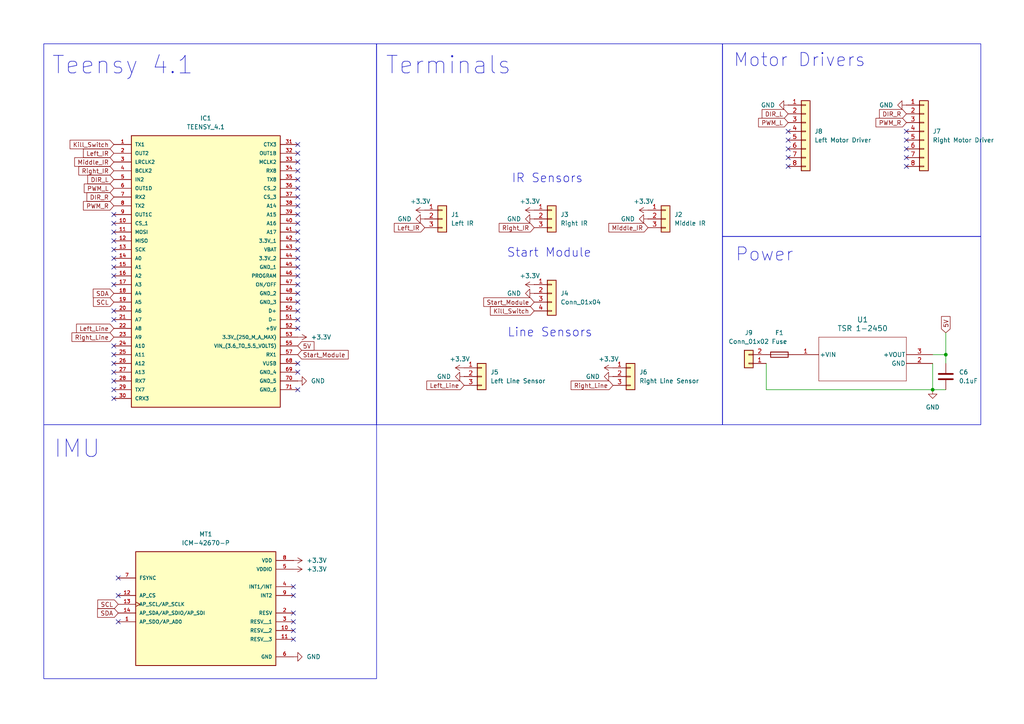
<source format=kicad_sch>
(kicad_sch (version 20231120) (generator "eeschema") (generator_version "8.0")
  (paper "A4")
  (lib_symbols
    (symbol "2024-09-20_04-02-42:TSR_1-2450" (pin_names (offset 0.254))
      (property "Reference" "U" (at 20.32 10.16 0))
      (property "Value" "TSR 1-2450" (at 20.32 7.62 0))
      (symbol "TSR_1-2450_0_1"
        (polyline (pts (xy 7.62 -7.62) (xy 33.02 -7.62)) (stroke (width 0.127)))
        (polyline (pts (xy 7.62 5.08) (xy 7.62 -7.62)) (stroke (width 0.127)))
        (polyline (pts (xy 33.02 -7.62) (xy 33.02 5.08)) (stroke (width 0.127)))
        (polyline (pts (xy 33.02 5.08) (xy 7.62 5.08)) (stroke (width 0.127)))
        (pin power_in line (at 0 0 0) (length 7.62) (name "+VIN") (number "1"))
        (pin power_out line (at 40.64 -2.54 180) (length 7.62) (name "GND") (number "2"))
        (pin power_in line (at 40.64 0 180) (length 7.62) (name "+VOUT") (number "3"))
      )
    )
    (symbol "Connector_Generic:Conn_01x02" (pin_names (offset 1.016) hide)
      (property "Reference" "J" (at 0 2.54 0))
      (property "Value" "Conn_01x02" (at 0 -5.08 0))
      (symbol "Conn_01x02_1_1"
        (rectangle (start -1.27 -2.413) (end 0 -2.667) (stroke (width 0.1524)))
        (rectangle (start -1.27 0.127) (end 0 -0.127) (stroke (width 0.1524)))
        (rectangle (start -1.27 1.27) (end 1.27 -3.81) (stroke (width 0.254)) (fill (type background)))
        (pin passive line (at -5.08 0 0) (length 3.81) (name "Pin_1") (number "1"))
        (pin passive line (at -5.08 -2.54 0) (length 3.81) (name "Pin_2") (number "2"))
      )
    )
    (symbol "Connector_Generic:Conn_01x03" (pin_names (offset 1.016) hide)
      (property "Reference" "J" (at 0 5.08 0))
      (property "Value" "Conn_01x03" (at 0 -5.08 0))
      (symbol "Conn_01x03_1_1"
        (rectangle (start -1.27 -2.413) (end 0 -2.667) (stroke (width 0.1524)))
        (rectangle (start -1.27 0.127) (end 0 -0.127) (stroke (width 0.1524)))
        (rectangle (start -1.27 2.667) (end 0 2.413) (stroke (width 0.1524)))
        (rectangle (start -1.27 3.81) (end 1.27 -3.81) (stroke (width 0.254)) (fill (type background)))
        (pin passive line (at -5.08 2.54 0) (length 3.81) (name "Pin_1") (number "1"))
        (pin passive line (at -5.08 0 0) (length 3.81) (name "Pin_2") (number "2"))
        (pin passive line (at -5.08 -2.54 0) (length 3.81) (name "Pin_3") (number "3"))
      )
    )
    (symbol "Connector_Generic:Conn_01x04" (pin_names (offset 1.016) hide)
      (property "Reference" "J" (at 0 5.08 0))
      (property "Value" "Conn_01x04" (at 0 -7.62 0))
      (symbol "Conn_01x04_1_1"
        (rectangle (start -1.27 -4.953) (end 0 -5.207) (stroke (width 0.1524)))
        (rectangle (start -1.27 -2.413) (end 0 -2.667) (stroke (width 0.1524)))
        (rectangle (start -1.27 0.127) (end 0 -0.127) (stroke (width 0.1524)))
        (rectangle (start -1.27 2.667) (end 0 2.413) (stroke (width 0.1524)))
        (rectangle (start -1.27 3.81) (end 1.27 -6.35) (stroke (width 0.254)) (fill (type background)))
        (pin passive line (at -5.08 2.54 0) (length 3.81) (name "Pin_1") (number "1"))
        (pin passive line (at -5.08 0 0) (length 3.81) (name "Pin_2") (number "2"))
        (pin passive line (at -5.08 -2.54 0) (length 3.81) (name "Pin_3") (number "3"))
        (pin passive line (at -5.08 -5.08 0) (length 3.81) (name "Pin_4") (number "4"))
      )
    )
    (symbol "Connector_Generic:Conn_01x08" (pin_names (offset 1.016) hide)
      (property "Reference" "J" (at 0 10.16 0))
      (property "Value" "Conn_01x08" (at 0 -12.7 0))
      (symbol "Conn_01x08_1_1"
        (rectangle (start -1.27 -10.033) (end 0 -10.287) (stroke (width 0.1524)))
        (rectangle (start -1.27 -7.493) (end 0 -7.747) (stroke (width 0.1524)))
        (rectangle (start -1.27 -4.953) (end 0 -5.207) (stroke (width 0.1524)))
        (rectangle (start -1.27 -2.413) (end 0 -2.667) (stroke (width 0.1524)))
        (rectangle (start -1.27 0.127) (end 0 -0.127) (stroke (width 0.1524)))
        (rectangle (start -1.27 2.667) (end 0 2.413) (stroke (width 0.1524)))
        (rectangle (start -1.27 5.207) (end 0 4.953) (stroke (width 0.1524)))
        (rectangle (start -1.27 7.747) (end 0 7.493) (stroke (width 0.1524)))
        (rectangle (start -1.27 8.89) (end 1.27 -11.43) (stroke (width 0.254)) (fill (type background)))
        (pin passive line (at -5.08 7.62 0) (length 3.81) (name "Pin_1") (number "1"))
        (pin passive line (at -5.08 5.08 0) (length 3.81) (name "Pin_2") (number "2"))
        (pin passive line (at -5.08 2.54 0) (length 3.81) (name "Pin_3") (number "3"))
        (pin passive line (at -5.08 0 0) (length 3.81) (name "Pin_4") (number "4"))
        (pin passive line (at -5.08 -2.54 0) (length 3.81) (name "Pin_5") (number "5"))
        (pin passive line (at -5.08 -5.08 0) (length 3.81) (name "Pin_6") (number "6"))
        (pin passive line (at -5.08 -7.62 0) (length 3.81) (name "Pin_7") (number "7"))
        (pin passive line (at -5.08 -10.16 0) (length 3.81) (name "Pin_8") (number "8"))
      )
    )
    (symbol "Device:C" (pin_numbers hide) (pin_names (offset 0.254))
      (property "Reference" "C" (at 0.635 2.54 0))
      (property "Value" "C" (at 0.635 -2.54 0))
      (symbol "C_0_1"
        (polyline (pts (xy -2.032 -0.762) (xy 2.032 -0.762)) (stroke (width 0.508)))
        (polyline (pts (xy -2.032 0.762) (xy 2.032 0.762)) (stroke (width 0.508)))
      )
      (symbol "C_1_1"
        (pin passive line (at 0 3.81 270) (length 2.794) (name "~") (number "1"))
        (pin passive line (at 0 -3.81 90) (length 2.794) (name "~") (number "2"))
      )
    )
    (symbol "Device:Fuse" (pin_numbers hide) (pin_names (offset 0))
      (property "Reference" "F" (at 2.032 0 90))
      (property "Value" "Fuse" (at -1.905 0 90))
      (symbol "Fuse_0_1"
        (rectangle (start -0.762 -2.54) (end 0.762 2.54) (stroke (width 0.254)))
        (polyline (pts (xy 0 2.54) (xy 0 -2.54)))
      )
      (symbol "Fuse_1_1"
        (pin passive line (at 0 3.81 270) (length 1.27) (name "~") (number "1"))
        (pin passive line (at 0 -3.81 90) (length 1.27) (name "~") (number "2"))
      )
    )
    (symbol "ICM-42670-P:ICM-42670-P" (pin_names (offset 1.016))
      (property "Reference" "MT" (at -20.32 13.97 0))
      (property "Value" "ICM-42670-P" (at -20.32 -22.86 0))
      (symbol "ICM-42670-P_0_0"
        (rectangle (start -20.32 -20.32) (end 20.32 12.7) (stroke (width 0.254)) (fill (type background)))
        (pin bidirectional line (at -25.4 -7.62 0) (length 5.08) (name "AP_SDO/AP_AD0") (number "1"))
        (pin passive line (at 25.4 -10.16 180) (length 5.08) (name "RESV__2") (number "10"))
        (pin passive line (at 25.4 -12.7 180) (length 5.08) (name "RESV__3") (number "11"))
        (pin input line (at -25.4 0 0) (length 5.08) (name "AP_CS") (number "12"))
        (pin input clock (at -25.4 -2.54 0) (length 5.08) (name "AP_SCL/AP_SCLK") (number "13"))
        (pin bidirectional line (at -25.4 -5.08 0) (length 5.08) (name "AP_SDA/AP_SDIO/AP_SDI") (number "14"))
        (pin passive line (at 25.4 -5.08 180) (length 5.08) (name "RESV") (number "2"))
        (pin passive line (at 25.4 -7.62 180) (length 5.08) (name "RESV__1") (number "3"))
        (pin output line (at 25.4 2.54 180) (length 5.08) (name "INT1/INT") (number "4"))
        (pin power_in line (at 25.4 7.62 180) (length 5.08) (name "VDDIO") (number "5"))
        (pin power_in line (at 25.4 -17.78 180) (length 5.08) (name "GND") (number "6"))
        (pin input line (at -25.4 5.08 0) (length 5.08) (name "FSYNC") (number "7"))
        (pin power_in line (at 25.4 10.16 180) (length 5.08) (name "VDD") (number "8"))
        (pin output line (at 25.4 0 180) (length 5.08) (name "INT2") (number "9"))
      )
    )
    (symbol "TEENSY_4.1:TEENSY_4.1" (pin_names (offset 1.016))
      (property "Reference" "IC" (at 49.53 7.62 0))
      (property "Value" "TEENSY_4.1" (at 49.53 5.08 0))
      (symbol "TEENSY_4.1_0_0"
        (rectangle (start 5.08 -76.2) (end 48.26 2.54) (stroke (width 0.254)) (fill (type background)))
        (pin bidirectional line (at 0 0 0) (length 5.08) (name "TX1") (number "1"))
        (pin bidirectional line (at 0 -22.86 0) (length 5.08) (name "CS_1") (number "10"))
        (pin bidirectional line (at 0 -25.4 0) (length 5.08) (name "MOSI") (number "11"))
        (pin bidirectional line (at 0 -27.94 0) (length 5.08) (name "MISO") (number "12"))
        (pin bidirectional line (at 0 -30.48 0) (length 5.08) (name "SCK") (number "13"))
        (pin bidirectional line (at 0 -33.02 0) (length 5.08) (name "A0") (number "14"))
        (pin bidirectional line (at 0 -35.56 0) (length 5.08) (name "A1") (number "15"))
        (pin bidirectional line (at 0 -38.1 0) (length 5.08) (name "A2") (number "16"))
        (pin bidirectional line (at 0 -40.64 0) (length 5.08) (name "A3") (number "17"))
        (pin bidirectional line (at 0 -43.18 0) (length 5.08) (name "A4") (number "18"))
        (pin bidirectional line (at 0 -45.72 0) (length 5.08) (name "A5") (number "19"))
        (pin bidirectional line (at 0 -2.54 0) (length 5.08) (name "OUT2") (number "2"))
        (pin bidirectional line (at 0 -48.26 0) (length 5.08) (name "A6") (number "20"))
        (pin bidirectional line (at 0 -50.8 0) (length 5.08) (name "A7") (number "21"))
        (pin bidirectional line (at 0 -53.34 0) (length 5.08) (name "A8") (number "22"))
        (pin bidirectional line (at 0 -55.88 0) (length 5.08) (name "A9") (number "23"))
        (pin bidirectional line (at 0 -58.42 0) (length 5.08) (name "A10") (number "24"))
        (pin bidirectional line (at 0 -60.96 0) (length 5.08) (name "A11") (number "25"))
        (pin bidirectional line (at 0 -63.5 0) (length 5.08) (name "A12") (number "26"))
        (pin bidirectional line (at 0 -66.04 0) (length 5.08) (name "A13") (number "27"))
        (pin bidirectional line (at 0 -68.58 0) (length 5.08) (name "RX7") (number "28"))
        (pin bidirectional line (at 0 -71.12 0) (length 5.08) (name "TX7") (number "29"))
        (pin bidirectional line (at 0 -5.08 0) (length 5.08) (name "LRCLK2") (number "3"))
        (pin bidirectional line (at 0 -73.66 0) (length 5.08) (name "CRX3") (number "30"))
        (pin bidirectional line (at 53.34 0 180) (length 5.08) (name "CTX3") (number "31"))
        (pin bidirectional line (at 53.34 -2.54 180) (length 5.08) (name "OUT1B") (number "32"))
        (pin bidirectional line (at 53.34 -5.08 180) (length 5.08) (name "MCLK2") (number "33"))
        (pin bidirectional line (at 53.34 -7.62 180) (length 5.08) (name "RX8") (number "34"))
        (pin bidirectional line (at 53.34 -10.16 180) (length 5.08) (name "TX8") (number "35"))
        (pin bidirectional line (at 53.34 -12.7 180) (length 5.08) (name "CS_2") (number "36"))
        (pin bidirectional line (at 53.34 -15.24 180) (length 5.08) (name "CS_3") (number "37"))
        (pin bidirectional line (at 53.34 -17.78 180) (length 5.08) (name "A14") (number "38"))
        (pin bidirectional line (at 53.34 -20.32 180) (length 5.08) (name "A15") (number "39"))
        (pin bidirectional line (at 0 -7.62 0) (length 5.08) (name "BCLK2") (number "4"))
        (pin bidirectional line (at 53.34 -22.86 180) (length 5.08) (name "A16") (number "40"))
        (pin bidirectional line (at 53.34 -25.4 180) (length 5.08) (name "A17") (number "41"))
        (pin bidirectional line (at 53.34 -27.94 180) (length 5.08) (name "3.3V_1") (number "42"))
        (pin bidirectional line (at 53.34 -30.48 180) (length 5.08) (name "VBAT") (number "43"))
        (pin bidirectional line (at 53.34 -33.02 180) (length 5.08) (name "3.3V_2") (number "44"))
        (pin bidirectional line (at 53.34 -35.56 180) (length 5.08) (name "GND_1") (number "45"))
        (pin bidirectional line (at 53.34 -38.1 180) (length 5.08) (name "PROGRAM") (number "46"))
        (pin bidirectional line (at 53.34 -40.64 180) (length 5.08) (name "ON/OFF") (number "47"))
        (pin bidirectional line (at 53.34 -43.18 180) (length 5.08) (name "GND_2") (number "48"))
        (pin bidirectional line (at 53.34 -45.72 180) (length 5.08) (name "GND_3") (number "49"))
        (pin bidirectional line (at 0 -10.16 0) (length 5.08) (name "IN2") (number "5"))
        (pin bidirectional line (at 53.34 -48.26 180) (length 5.08) (name "D+") (number "50"))
        (pin bidirectional line (at 53.34 -50.8 180) (length 5.08) (name "D-") (number "51"))
        (pin bidirectional line (at 53.34 -53.34 180) (length 5.08) (name "+5V") (number "52"))
        (pin bidirectional line (at 53.34 -55.88 180) (length 5.08) (name "3.3V_(250_M_A_MAX)") (number "53"))
        (pin bidirectional line (at 53.34 -58.42 180) (length 5.08) (name "VIN_(3.6_TO_5.5_VOLTS)") (number "55"))
        (pin bidirectional line (at 53.34 -60.96 180) (length 5.08) (name "RX1") (number "57"))
        (pin bidirectional line (at 0 -12.7 0) (length 5.08) (name "OUT1D") (number "6"))
        (pin bidirectional line (at 53.34 -63.5 180) (length 5.08) (name "VUSB") (number "68"))
        (pin bidirectional line (at 53.34 -66.04 180) (length 5.08) (name "GND_4") (number "69"))
        (pin bidirectional line (at 0 -15.24 0) (length 5.08) (name "RX2") (number "7"))
        (pin bidirectional line (at 53.34 -68.58 180) (length 5.08) (name "GND_5") (number "70"))
        (pin bidirectional line (at 53.34 -71.12 180) (length 5.08) (name "GND_6") (number "71"))
        (pin bidirectional line (at 0 -17.78 0) (length 5.08) (name "TX2") (number "8"))
        (pin bidirectional line (at 0 -20.32 0) (length 5.08) (name "OUT1C") (number "9"))
      )
    )
    (symbol "power:+3.3V" (power) (pin_numbers hide) (pin_names (offset 0) hide)
      (property "Value" "+3.3V" (at 0 3.556 0))
      (symbol "+3.3V_0_1"
        (polyline (pts (xy -0.762 1.27) (xy 0 2.54)))
        (polyline (pts (xy 0 0) (xy 0 2.54)))
        (polyline (pts (xy 0 2.54) (xy 0.762 1.27)))
      )
      (symbol "+3.3V_1_1"
        (pin power_in line (at 0 0 90) (length 0) (name "~") (number "1"))
      )
    )
    (symbol "power:GND" (power) (pin_numbers hide) (pin_names (offset 0) hide)
      (property "Value" "GND" (at 0 -3.81 0))
      (symbol "GND_0_1"
        (polyline (pts (xy 0 0) (xy 0 -1.27) (xy 1.27 -1.27) (xy 0 -2.54) (xy -1.27 -1.27) (xy 0 -1.27)))
      )
      (symbol "GND_1_1"
        (pin power_in line (at 0 0 270) (length 0) (name "~") (number "1"))
      )
    )
  )
  (junction (at 274.32 102.87))
  (junction (at 270.51 113.03))
  (no_connect (at 86.36 82.55))
  (no_connect (at 86.36 67.31))
  (no_connect (at 86.36 54.61))
  (no_connect (at 228.6 38.1))
  (no_connect (at 86.36 62.23))
  (no_connect (at 33.02 115.57))
  (no_connect (at 85.09 185.42))
  (no_connect (at 85.09 180.34))
  (no_connect (at 228.6 40.64))
  (no_connect (at 33.02 74.93))
  (no_connect (at 86.36 64.77))
  (no_connect (at 86.36 69.85))
  (no_connect (at 262.89 38.1))
  (no_connect (at 34.29 180.34))
  (no_connect (at 228.6 45.72))
  (no_connect (at 86.36 87.63))
  (no_connect (at 33.02 90.17))
  (no_connect (at 33.02 62.23))
  (no_connect (at 86.36 41.91))
  (no_connect (at 86.36 85.09))
  (no_connect (at 33.02 69.85))
  (no_connect (at 33.02 110.49))
  (no_connect (at 86.36 57.15))
  (no_connect (at 34.29 167.64))
  (no_connect (at 86.36 95.25))
  (no_connect (at 33.02 113.03))
  (no_connect (at 33.02 67.31))
  (no_connect (at 85.09 170.18))
  (no_connect (at 33.02 105.41))
  (no_connect (at 33.02 64.77))
  (no_connect (at 85.09 177.8))
  (no_connect (at 262.89 43.18))
  (no_connect (at 33.02 82.55))
  (no_connect (at 228.6 48.26))
  (no_connect (at 33.02 107.95))
  (no_connect (at 33.02 102.87))
  (no_connect (at 33.02 77.47))
  (no_connect (at 86.36 74.93))
  (no_connect (at 34.29 172.72))
  (no_connect (at 228.6 43.18))
  (no_connect (at 86.36 113.03))
  (no_connect (at 33.02 100.33))
  (no_connect (at 33.02 72.39))
  (no_connect (at 262.89 45.72))
  (no_connect (at 86.36 92.71))
  (no_connect (at 86.36 90.17))
  (no_connect (at 86.36 72.39))
  (no_connect (at 86.36 44.45))
  (no_connect (at 33.02 80.01))
  (no_connect (at 86.36 59.69))
  (no_connect (at 85.09 172.72))
  (no_connect (at 86.36 80.01))
  (no_connect (at 86.36 52.07))
  (no_connect (at 86.36 49.53))
  (no_connect (at 86.36 107.95))
  (no_connect (at 262.89 48.26))
  (no_connect (at 86.36 105.41))
  (no_connect (at 85.09 182.88))
  (no_connect (at 262.89 40.64))
  (no_connect (at 86.36 46.99))
  (no_connect (at 86.36 77.47))
  (no_connect (at 33.02 92.71))
  (wire (pts (xy 274.32 105.41) (xy 274.32 102.87)))
  (wire (pts (xy 270.51 105.41) (xy 270.51 113.03)))
  (wire (pts (xy 222.25 105.41) (xy 222.25 113.03)))
  (wire (pts (xy 270.51 102.87) (xy 274.32 102.87)))
  (wire (pts (xy 270.51 113.03) (xy 274.32 113.03)))
  (wire (pts (xy 222.25 113.03) (xy 270.51 113.03)))
  (wire (pts (xy 274.32 96.52) (xy 274.32 102.87)))
  (rectangle (start 209.55 12.7) (end 284.48 68.58))
  (rectangle (start 109.22 12.7) (end 209.55 123.19))
  (rectangle (start 12.7 123.19) (end 109.22 196.85))
  (rectangle (start 209.55 68.58) (end 284.48 123.19))
  (rectangle (start 12.7 12.7) (end 109.22 123.19))
  (text "IR Sensors" (at 158.75 51.816 0) (effects (font (size 2.54 2.54))))
  (text "IMU" (at 22.352 130.302 0) (effects (font (size 5.08 5.08))))
  (text "Motor Drivers" (at 231.902 17.526 0) (effects (font (size 3.81 3.81))))
  (text "Power" (at 221.742 73.914 0) (effects (font (size 3.81 3.81))))
  (text "Start Module" (at 159.258 73.406 0) (effects (font (size 2.54 2.54))))
  (text "Teensy 4.1\n" (at 35.56 19.05 0) (effects (font (size 5.08 5.08))))
  (text "Terminals" (at 130.048 19.05 0) (effects (font (size 5.08 5.08))))
  (text "Line Sensors" (at 159.512 96.52 0) (effects (font (size 2.54 2.54))))
  (global_label "Left_Line" (shape input) (at 134.62 111.76 180) (property "Intersheetrefs" "${INTERSHEET_REFS}" (effects (hide yes))))
  (global_label "Right_IR" (shape input) (at 154.94 66.04 180) (property "Intersheetrefs" "${INTERSHEET_REFS}" (effects (hide yes))))
  (global_label "Left_IR" (shape input) (at 123.19 66.04 180) (property "Intersheetrefs" "${INTERSHEET_REFS}" (effects (hide yes))))
  (global_label "DIR_L" (shape input) (at 228.6 33.02 180) (property "Intersheetrefs" "${INTERSHEET_REFS}" (effects (hide yes))))
  (global_label "DIR_L" (shape input) (at 33.02 52.07 180) (property "Intersheetrefs" "${INTERSHEET_REFS}" (effects (hide yes))))
  (global_label "PWM_R" (shape input) (at 33.02 59.69 180) (property "Intersheetrefs" "${INTERSHEET_REFS}" (effects (hide yes))))
  (global_label "SDA" (shape input) (at 34.29 177.8 180) (property "Intersheetrefs" "${INTERSHEET_REFS}" (effects (hide yes))))
  (global_label "Kill_Switch" (shape input) (at 154.94 90.17 180) (property "Intersheetrefs" "${INTERSHEET_REFS}" (effects (hide yes))))
  (global_label "PWM_L" (shape input) (at 228.6 35.56 180) (property "Intersheetrefs" "${INTERSHEET_REFS}" (effects (hide yes))))
  (global_label "Right_IR" (shape input) (at 33.02 49.53 180) (property "Intersheetrefs" "${INTERSHEET_REFS}" (effects (hide yes))))
  (global_label "DIR_R" (shape input) (at 262.89 33.02 180) (property "Intersheetrefs" "${INTERSHEET_REFS}" (effects (hide yes))))
  (global_label "Left_IR" (shape input) (at 33.02 44.45 180) (property "Intersheetrefs" "${INTERSHEET_REFS}" (effects (hide yes))))
  (global_label "PWM_R" (shape input) (at 262.89 35.56 180) (property "Intersheetrefs" "${INTERSHEET_REFS}" (effects (hide yes))))
  (global_label "SDA" (shape input) (at 33.02 85.09 180) (property "Intersheetrefs" "${INTERSHEET_REFS}" (effects (hide yes))))
  (global_label "Start_Module" (shape input) (at 86.36 102.87 0) (property "Intersheetrefs" "${INTERSHEET_REFS}" (effects (hide yes))))
  (global_label "Right_Line" (shape input) (at 33.02 97.79 180) (property "Intersheetrefs" "${INTERSHEET_REFS}" (effects (hide yes))))
  (global_label "Right_Line" (shape input) (at 177.8 111.76 180) (property "Intersheetrefs" "${INTERSHEET_REFS}" (effects (hide yes))))
  (global_label "SCL" (shape input) (at 33.02 87.63 180) (property "Intersheetrefs" "${INTERSHEET_REFS}" (effects (hide yes))))
  (global_label "DIR_R" (shape input) (at 33.02 57.15 180) (property "Intersheetrefs" "${INTERSHEET_REFS}" (effects (hide yes))))
  (global_label "Start_Module" (shape input) (at 154.94 87.63 180) (property "Intersheetrefs" "${INTERSHEET_REFS}" (effects (hide yes))))
  (global_label "Kill_Switch" (shape input) (at 33.02 41.91 180) (property "Intersheetrefs" "${INTERSHEET_REFS}" (effects (hide yes))))
  (global_label "5V" (shape input) (at 86.36 100.33 0) (property "Intersheetrefs" "${INTERSHEET_REFS}" (effects (hide yes))))
  (global_label "Left_Line" (shape input) (at 33.02 95.25 180) (property "Intersheetrefs" "${INTERSHEET_REFS}" (effects (hide yes))))
  (global_label "5V" (shape input) (at 274.32 96.52 90) (property "Intersheetrefs" "${INTERSHEET_REFS}" (effects (hide yes))))
  (global_label "Middle_IR" (shape input) (at 187.96 66.04 180) (property "Intersheetrefs" "${INTERSHEET_REFS}" (effects (hide yes))))
  (global_label "PWM_L" (shape input) (at 33.02 54.61 180) (property "Intersheetrefs" "${INTERSHEET_REFS}" (effects (hide yes))))
  (global_label "SCL" (shape input) (at 34.29 175.26 180) (property "Intersheetrefs" "${INTERSHEET_REFS}" (effects (hide yes))))
  (global_label "Middle_IR" (shape input) (at 33.02 46.99 180) (property "Intersheetrefs" "${INTERSHEET_REFS}" (effects (hide yes))))
  (symbol (lib_id "power:+3.3V") (at 187.96 60.96 90) (unit 1)
    (property "Reference" "#PWR03" (effects (hide yes)))
    (property "Value" "+3.3V" (at 186.69 58.42 90))
    (property "Description" "Power symbol creates a global label with name \"+3.3V\"" (effects (hide yes)))
  )
  (symbol (lib_id "power:+3.3V") (at 154.94 82.55 90) (unit 1)
    (property "Reference" "#PWR08" (effects (hide yes)))
    (property "Value" "+3.3V" (at 153.67 80.01 90))
    (property "Description" "Power symbol creates a global label with name \"+3.3V\"" (effects (hide yes)))
  )
  (symbol (lib_id "Device:Fuse") (at 226.06 102.87 90) (unit 1)
    (property "Reference" "F1" (at 226.06 96.52 90))
    (property "Value" "Fuse" (at 226.06 99.06 90))
    (property "Footprint" "MFU0603FF01000P500:FUS_VISHAY_MFU0603_VIS" (effects (hide yes)))
    (property "Description" "Fuse" (effects (hide yes)))
  )
  (symbol (lib_id "Connector_Generic:Conn_01x03") (at 182.88 109.22 0) (unit 1)
    (property "Reference" "J6" (at 185.42 107.9499 0) (effects (justify left)))
    (property "Value" "Right Line Sensor" (at 185.42 110.4899 0) (effects (justify left)))
    (property "Footprint" "Connector_JST:JST_PH_S3B-PH-K_1x03_P2.00mm_Horizontal" (effects (hide yes)))
    (property "Description" "Generic connector, single row, 01x03, script generated (kicad-library-utils/schlib/autogen/connector/)" (effects (hide yes)))
  )
  (symbol (lib_id "power:GND") (at 86.36 110.49 90) (unit 1)
    (property "Reference" "#PWR014" (effects (hide yes)))
    (property "Value" "GND" (at 90.17 110.4899 90) (effects (justify right)))
    (property "Description" "Power symbol creates a global label with name \"GND\" , ground" (effects (hide yes)))
  )
  (symbol (lib_id "Connector_Generic:Conn_01x04") (at 160.02 85.09 0) (unit 1)
    (property "Reference" "J4" (at 162.56 85.0899 0) (effects (justify left)))
    (property "Value" "Conn_01x04" (at 162.56 87.6299 0) (effects (justify left)))
    (property "Footprint" "Connector_PinHeader_2.54mm:PinHeader_1x04_P2.54mm_Vertical" (effects (hide yes)))
    (property "Description" "Generic connector, single row, 01x04, script generated (kicad-library-utils/schlib/autogen/connector/)" (effects (hide yes)))
  )
  (symbol (lib_id "power:+3.3V") (at 177.8 106.68 90) (unit 1)
    (property "Reference" "#PWR013" (effects (hide yes)))
    (property "Value" "+3.3V" (at 176.53 104.14 90))
    (property "Description" "Power symbol creates a global label with name \"+3.3V\"" (effects (hide yes)))
  )
  (symbol (lib_id "power:+3.3V") (at 85.09 162.56 270) (unit 1)
    (property "Reference" "#PWR018" (effects (hide yes)))
    (property "Value" "+3.3V" (at 88.9 162.5599 90) (effects (justify left)))
    (property "Description" "Power symbol creates a global label with name \"+3.3V\"" (effects (hide yes)))
  )
  (symbol (lib_id "Connector_Generic:Conn_01x08") (at 233.68 38.1 0) (unit 1)
    (property "Reference" "J8" (at 236.22 38.0999 0) (effects (justify left)))
    (property "Value" "Left Motor Driver" (at 236.22 40.6399 0) (effects (justify left)))
    (property "Footprint" "Connector_PinHeader_2.54mm:PinHeader_1x08_P2.54mm_Vertical" (effects (hide yes)))
    (property "Description" "Generic connector, single row, 01x08, script generated (kicad-library-utils/schlib/autogen/connector/)" (effects (hide yes)))
  )
  (symbol (lib_id "power:+3.3V") (at 154.94 60.96 90) (unit 1)
    (property "Reference" "#PWR05" (effects (hide yes)))
    (property "Value" "+3.3V" (at 153.67 58.42 90))
    (property "Description" "Power symbol creates a global label with name \"+3.3V\"" (effects (hide yes)))
  )
  (symbol (lib_id "Connector_Generic:Conn_01x03") (at 160.02 63.5 0) (unit 1)
    (property "Reference" "J3" (at 162.56 62.2299 0) (effects (justify left)))
    (property "Value" "Right IR" (at 162.56 64.7699 0) (effects (justify left)))
    (property "Footprint" "Connector_JST:JST_PH_S3B-PH-K_1x03_P2.00mm_Horizontal" (effects (hide yes)))
    (property "Description" "Generic connector, single row, 01x03, script generated (kicad-library-utils/schlib/autogen/connector/)" (effects (hide yes)))
  )
  (symbol (lib_id "Connector_Generic:Conn_01x02") (at 217.17 105.41 180) (unit 1)
    (property "Reference" "J9" (at 217.17 96.52 0))
    (property "Value" "Conn_01x02" (at 217.17 99.06 0))
    (property "Footprint" "Connector_AMASS:AMASS_XT30U-F_1x02_P5.0mm_Vertical" (effects (hide yes)))
    (property "Description" "Generic connector, single row, 01x02, script generated (kicad-library-utils/schlib/autogen/connector/)" (effects (hide yes)))
  )
  (symbol (lib_id "power:+3.3V") (at 134.62 106.68 90) (unit 1)
    (property "Reference" "#PWR09" (effects (hide yes)))
    (property "Value" "+3.3V" (at 133.35 104.14 90))
    (property "Description" "Power symbol creates a global label with name \"+3.3V\"" (effects (hide yes)))
  )
  (symbol (lib_id "power:+3.3V") (at 86.36 97.79 270) (unit 1)
    (property "Reference" "#PWR017" (effects (hide yes)))
    (property "Value" "+3.3V" (at 90.17 97.7899 90) (effects (justify left)))
    (property "Description" "Power symbol creates a global label with name \"+3.3V\"" (effects (hide yes)))
  )
  (symbol (lib_id "power:GND") (at 262.89 30.48 270) (unit 1)
    (property "Reference" "#PWR010" (effects (hide yes)))
    (property "Value" "GND" (at 259.08 30.4799 90) (effects (justify right)))
    (property "Description" "Power symbol creates a global label with name \"GND\" , ground" (effects (hide yes)))
  )
  (symbol (lib_id "TEENSY_4.1:TEENSY_4.1") (at 33.02 41.91 0) (unit 1)
    (property "Reference" "IC1" (at 59.69 34.29 0))
    (property "Value" "TEENSY_4.1" (at 59.69 36.83 0))
    (property "Footprint" "TEENSY_4.1:TEENSY41" (effects (hide yes)))
    (property "Manufacturer_Name" "PJRC" (effects (hide yes)))
    (property "MF" "PJRC" (effects (hide yes)))
    (property "Description_1" "\n" (effects (hide yes)))
    (property "Price" "None" (effects (hide yes)))
    (property "Package" "None" (effects (hide yes)))
    (property "Check_prices" "https://www.snapeda.com/parts/Teensy%204.1/PJRC/view-part/?ref=eda" (effects (hide yes)))
    (property "Height" "mm" (effects (hide yes)))
    (property "MP" "Teensy 4.1" (effects (hide yes)))
    (property "SnapEDA_Link" "https://www.snapeda.com/parts/Teensy%204.1/PJRC/view-part/?ref=snap" (effects (hide yes)))
    (property "Availability" "Not in stock" (effects (hide yes)))
    (property "Manufacturer_Part_Number" "TEENSY 4.1" (effects (hide yes)))
  )
  (symbol (lib_id "power:GND") (at 177.8 109.22 270) (unit 1)
    (property "Reference" "#PWR015" (effects (hide yes)))
    (property "Value" "GND" (at 173.99 109.2199 90) (effects (justify right)))
    (property "Description" "Power symbol creates a global label with name \"GND\" , ground" (effects (hide yes)))
  )
  (symbol (lib_id "Connector_Generic:Conn_01x08") (at 267.97 38.1 0) (unit 1)
    (property "Reference" "J7" (at 270.51 38.0999 0) (effects (justify left)))
    (property "Value" "Right Motor Driver" (at 270.51 40.6399 0) (effects (justify left)))
    (property "Footprint" "Connector_PinHeader_2.54mm:PinHeader_1x08_P2.54mm_Vertical" (effects (hide yes)))
    (property "Description" "Generic connector, single row, 01x08, script generated (kicad-library-utils/schlib/autogen/connector/)" (effects (hide yes)))
  )
  (symbol (lib_id "Connector_Generic:Conn_01x03") (at 193.04 63.5 0) (unit 1)
    (property "Reference" "J2" (at 195.58 62.2299 0) (effects (justify left)))
    (property "Value" "Middle IR" (at 195.58 64.7699 0) (effects (justify left)))
    (property "Footprint" "Connector_JST:JST_PH_S3B-PH-K_1x03_P2.00mm_Horizontal" (effects (hide yes)))
    (property "Description" "Generic connector, single row, 01x03, script generated (kicad-library-utils/schlib/autogen/connector/)" (effects (hide yes)))
  )
  (symbol (lib_id "power:GND") (at 134.62 109.22 270) (unit 1)
    (property "Reference" "#PWR011" (effects (hide yes)))
    (property "Value" "GND" (at 130.81 109.2199 90) (effects (justify right)))
    (property "Description" "Power symbol creates a global label with name \"GND\" , ground" (effects (hide yes)))
  )
  (symbol (lib_id "power:GND") (at 228.6 30.48 270) (unit 1)
    (property "Reference" "#PWR012" (effects (hide yes)))
    (property "Value" "GND" (at 224.79 30.4799 90) (effects (justify right)))
    (property "Description" "Power symbol creates a global label with name \"GND\" , ground" (effects (hide yes)))
  )
  (symbol (lib_id "Connector_Generic:Conn_01x03") (at 139.7 109.22 0) (unit 1)
    (property "Reference" "J5" (at 142.24 107.9499 0) (effects (justify left)))
    (property "Value" "Left Line Sensor" (at 142.24 110.4899 0) (effects (justify left)))
    (property "Footprint" "Connector_JST:JST_PH_S3B-PH-K_1x03_P2.00mm_Horizontal" (effects (hide yes)))
    (property "Description" "Generic connector, single row, 01x03, script generated (kicad-library-utils/schlib/autogen/connector/)" (effects (hide yes)))
  )
  (symbol (lib_id "power:GND") (at 85.09 190.5 90) (unit 1)
    (property "Reference" "#PWR020" (effects (hide yes)))
    (property "Value" "GND" (at 88.9 190.4999 90) (effects (justify right)))
    (property "Description" "Power symbol creates a global label with name \"GND\" , ground" (effects (hide yes)))
  )
  (symbol (lib_id "power:GND") (at 154.94 63.5 270) (unit 1)
    (property "Reference" "#PWR06" (effects (hide yes)))
    (property "Value" "GND" (at 151.13 63.4999 90) (effects (justify right)))
    (property "Description" "Power symbol creates a global label with name \"GND\" , ground" (effects (hide yes)))
  )
  (symbol (lib_id "power:+3.3V") (at 85.09 165.1 270) (unit 1)
    (property "Reference" "#PWR019" (effects (hide yes)))
    (property "Value" "+3.3V" (at 88.9 165.0999 90) (effects (justify left)))
    (property "Description" "Power symbol creates a global label with name \"+3.3V\"" (effects (hide yes)))
  )
  (symbol (lib_id "power:GND") (at 154.94 85.09 270) (unit 1)
    (property "Reference" "#PWR07" (effects (hide yes)))
    (property "Value" "GND" (at 151.13 85.0899 90) (effects (justify right)))
    (property "Description" "Power symbol creates a global label with name \"GND\" , ground" (effects (hide yes)))
  )
  (symbol (lib_id "power:GND") (at 187.96 63.5 270) (unit 1)
    (property "Reference" "#PWR04" (effects (hide yes)))
    (property "Value" "GND" (at 184.15 63.4999 90) (effects (justify right)))
    (property "Description" "Power symbol creates a global label with name \"GND\" , ground" (effects (hide yes)))
  )
  (symbol (lib_id "Device:C") (at 274.32 109.22 0) (unit 1)
    (property "Reference" "C6" (at 278.13 107.9499 0) (effects (justify left)))
    (property "Value" "0.1uF" (at 278.13 110.4899 0) (effects (justify left)))
    (property "Footprint" "Capacitor_SMD:C_0805_2012Metric_Pad1.18x1.45mm_HandSolder" (effects (hide yes)))
    (property "Description" "Unpolarized capacitor" (effects (hide yes)))
  )
  (symbol (lib_id "ICM-42670-P:ICM-42670-P") (at 59.69 172.72 0) (unit 1)
    (property "Reference" "MT1" (at 59.69 154.94 0))
    (property "Value" "ICM-42670-P" (at 59.69 157.48 0))
    (property "Footprint" "ICM_42670_P:XDCR_ICM-42670-P" (effects (hide yes)))
    (property "PARTREV" "1.1" (effects (hide yes)))
    (property "STANDARD" "Manufacturer Recommendations" (effects (hide yes)))
    (property "MAXIMUM_PACKAGE_HEIGHT" "0.81 mm" (effects (hide yes)))
    (property "MANUFACTURER" "TDK InvenSense" (effects (hide yes)))
  )
  (symbol (lib_id "Connector_Generic:Conn_01x03") (at 128.27 63.5 0) (unit 1)
    (property "Reference" "J1" (at 130.81 62.2299 0) (effects (justify left)))
    (property "Value" "Left IR" (at 130.81 64.7699 0) (effects (justify left)))
    (property "Footprint" "Connector_JST:JST_PH_S3B-PH-K_1x03_P2.00mm_Horizontal" (effects (hide yes)))
    (property "Description" "Generic connector, single row, 01x03, script generated (kicad-library-utils/schlib/autogen/connector/)" (effects (hide yes)))
  )
  (symbol (lib_id "power:GND") (at 270.51 113.03 0) (unit 1)
    (property "Reference" "#PWR016" (effects (hide yes)))
    (property "Value" "GND" (at 270.51 118.11 0))
    (property "Description" "Power symbol creates a global label with name \"GND\" , ground" (effects (hide yes)))
  )
  (symbol (lib_id "power:GND") (at 123.19 63.5 270) (unit 1)
    (property "Reference" "#PWR02" (effects (hide yes)))
    (property "Value" "GND" (at 119.38 63.4999 90) (effects (justify right)))
    (property "Description" "Power symbol creates a global label with name \"GND\" , ground" (effects (hide yes)))
  )
  (symbol (lib_id "2024-09-20_04-02-42:TSR_1-2450") (at 229.87 102.87 0) (unit 1)
    (property "Reference" "U1" (at 250.19 92.71 0) (effects (font (size 1.524 1.524))))
    (property "Value" "TSR 1-2450" (at 250.19 95.25 0) (effects (font (size 1.524 1.524))))
    (property "Footprint" "footprints:TSR1-SINGLE_TRP" (effects (hide yes)))
    (property "Datasheet" "TSR 1-2450" (effects (hide yes)))
  )
  (symbol (lib_id "power:+3.3V") (at 123.19 60.96 90) (unit 1)
    (property "Reference" "#PWR01" (effects (hide yes)))
    (property "Value" "+3.3V" (at 121.92 58.42 90))
    (property "Description" "Power symbol creates a global label with name \"+3.3V\"" (effects (hide yes)))
  )
)
</source>
